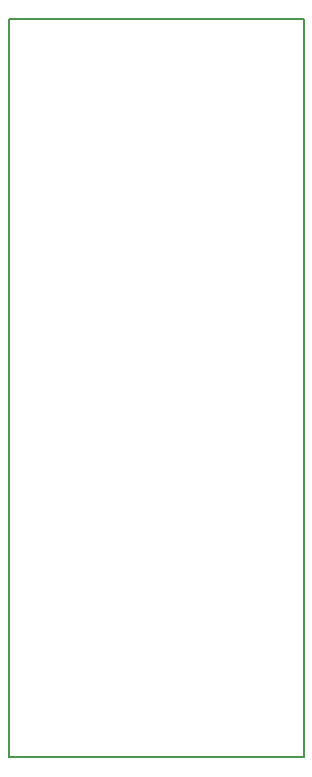
<source format=gko>
G04 #@! TF.GenerationSoftware,KiCad,Pcbnew,5.0.0-rc2-unknown-e4a6f2e~65~ubuntu18.04.1*
G04 #@! TF.CreationDate,2018-06-05T21:23:57+01:00*
G04 #@! TF.ProjectId,IV-11-breakout,49562D31312D627265616B6F75742E6B,rev?*
G04 #@! TF.SameCoordinates,Original*
G04 #@! TF.FileFunction,Profile,NP*
%FSLAX46Y46*%
G04 Gerber Fmt 4.6, Leading zero omitted, Abs format (unit mm)*
G04 Created by KiCad (PCBNEW 5.0.0-rc2-unknown-e4a6f2e~65~ubuntu18.04.1) date Tue Jun  5 21:23:57 2018*
%MOMM*%
%LPD*%
G01*
G04 APERTURE LIST*
%ADD10C,0.200000*%
G04 APERTURE END LIST*
D10*
X100000000Y-100000000D02*
X125000000Y-100000000D01*
X125000000Y-162500000D02*
X100000000Y-162500000D01*
X100000000Y-162500000D02*
X100000000Y-100000000D01*
X125000000Y-100000000D02*
X125000000Y-162500000D01*
M02*

</source>
